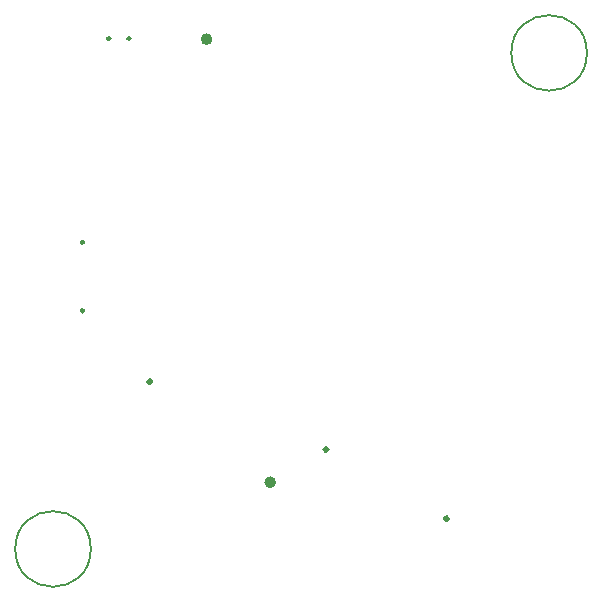
<source format=gbr>
G04 #@! TF.GenerationSoftware,KiCad,Pcbnew,8.0.8*
G04 #@! TF.CreationDate,2025-03-23T20:16:00+01:00*
G04 #@! TF.ProjectId,cheap-wled-controller,63686561-702d-4776-9c65-642d636f6e74,rev?*
G04 #@! TF.SameCoordinates,Original*
G04 #@! TF.FileFunction,Other,Comment*
%FSLAX46Y46*%
G04 Gerber Fmt 4.6, Leading zero omitted, Abs format (unit mm)*
G04 Created by KiCad (PCBNEW 8.0.8) date 2025-03-23 20:16:00*
%MOMM*%
%LPD*%
G01*
G04 APERTURE LIST*
%ADD10C,0.150000*%
%ADD11C,0.250000*%
%ADD12C,0.500000*%
%ADD13C,0.300000*%
G04 APERTURE END LIST*
D10*
G04 #@! TO.C,H3*
X18200000Y-57000000D02*
G75*
G02*
X11800000Y-57000000I-3200000J0D01*
G01*
X11800000Y-57000000D02*
G75*
G02*
X18200000Y-57000000I3200000J0D01*
G01*
D11*
G04 #@! TO.C,J2*
X17600000Y-31030000D02*
G75*
G02*
X17360000Y-31030000I-120000J0D01*
G01*
X17360000Y-31030000D02*
G75*
G02*
X17600000Y-31030000I120000J0D01*
G01*
X17600000Y-36830000D02*
G75*
G02*
X17360000Y-36830000I-120000J0D01*
G01*
X17360000Y-36830000D02*
G75*
G02*
X17600000Y-36830000I120000J0D01*
G01*
G04 #@! TO.C,SW1*
X19842500Y-13785000D02*
G75*
G02*
X19602500Y-13785000I-120000J0D01*
G01*
X19602500Y-13785000D02*
G75*
G02*
X19842500Y-13785000I120000J0D01*
G01*
X21542500Y-13785000D02*
G75*
G02*
X21302500Y-13785000I-120000J0D01*
G01*
X21302500Y-13785000D02*
G75*
G02*
X21542500Y-13785000I120000J0D01*
G01*
D12*
G04 #@! TO.C,U5*
X28250000Y-13837500D02*
G75*
G02*
X27750000Y-13837500I-250000J0D01*
G01*
X27750000Y-13837500D02*
G75*
G02*
X28250000Y-13837500I250000J0D01*
G01*
D13*
G04 #@! TO.C,Q3*
X48450345Y-54440345D02*
G75*
G02*
X48150345Y-54440345I-150000J0D01*
G01*
X48150345Y-54440345D02*
G75*
G02*
X48450345Y-54440345I150000J0D01*
G01*
G04 #@! TO.C,U3*
X23340000Y-42840000D02*
G75*
G02*
X23040000Y-42840000I-150000J0D01*
G01*
X23040000Y-42840000D02*
G75*
G02*
X23340000Y-42840000I150000J0D01*
G01*
D10*
G04 #@! TO.C,H2*
X60200000Y-15000000D02*
G75*
G02*
X53800000Y-15000000I-3200000J0D01*
G01*
X53800000Y-15000000D02*
G75*
G02*
X60200000Y-15000000I3200000J0D01*
G01*
D13*
G04 #@! TO.C,U4*
X38250000Y-48590000D02*
G75*
G02*
X37950000Y-48590000I-150000J0D01*
G01*
X37950000Y-48590000D02*
G75*
G02*
X38250000Y-48590000I150000J0D01*
G01*
D12*
G04 #@! TO.C,U9*
X33640000Y-51350000D02*
G75*
G02*
X33140000Y-51350000I-250000J0D01*
G01*
X33140000Y-51350000D02*
G75*
G02*
X33640000Y-51350000I250000J0D01*
G01*
G04 #@! TD*
M02*

</source>
